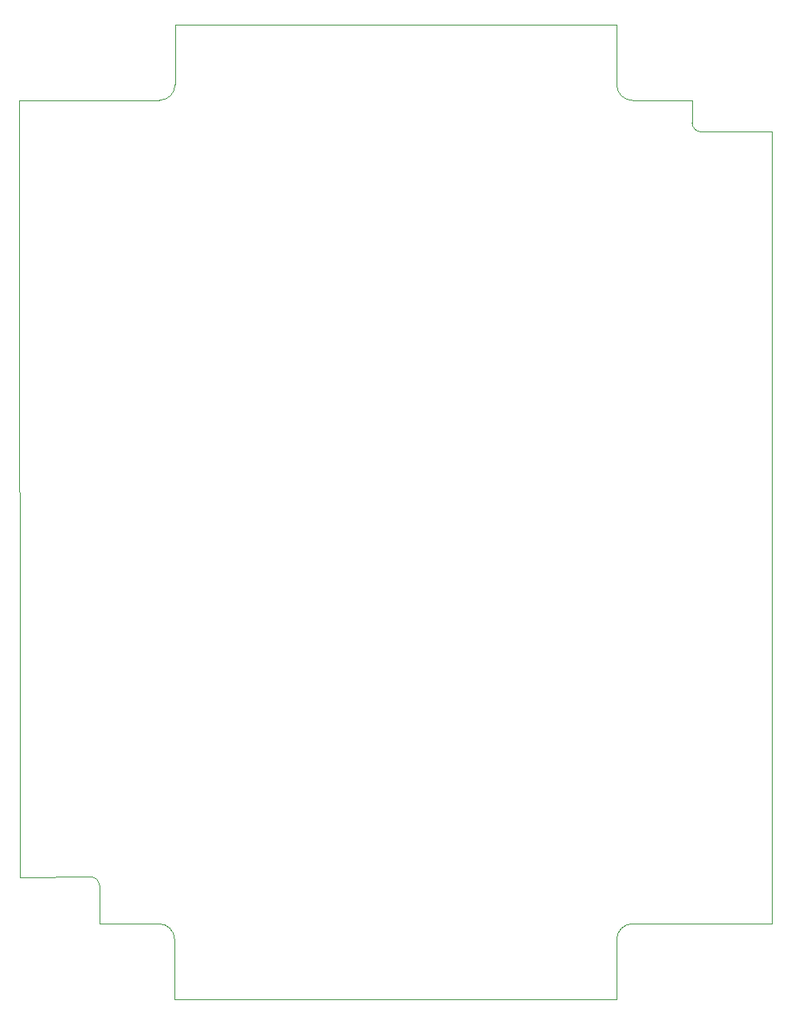
<source format=gm1>
G04 #@! TF.GenerationSoftware,KiCad,Pcbnew,7.0.1-0*
G04 #@! TF.CreationDate,2023-03-19T01:45:58-04:00*
G04 #@! TF.ProjectId,new-solar-cell-burn-wire,6e65772d-736f-46c6-9172-2d63656c6c2d,2*
G04 #@! TF.SameCoordinates,Original*
G04 #@! TF.FileFunction,Profile,NP*
%FSLAX46Y46*%
G04 Gerber Fmt 4.6, Leading zero omitted, Abs format (unit mm)*
G04 Created by KiCad (PCBNEW 7.0.1-0) date 2023-03-19 01:45:58*
%MOMM*%
%LPD*%
G01*
G04 APERTURE LIST*
G04 #@! TA.AperFunction,Profile*
%ADD10C,0.100000*%
G04 #@! TD*
G04 APERTURE END LIST*
D10*
X135600000Y-142250000D02*
X88600000Y-142250000D01*
X143600000Y-46750000D02*
X143600000Y-49161299D01*
X152100000Y-50100000D02*
X152100000Y-134250000D01*
X80605672Y-130150362D02*
G75*
G03*
X79669331Y-129250000I-936572J-36938D01*
G01*
X135600000Y-142250000D02*
X135600000Y-135900000D01*
X87000000Y-46750000D02*
G75*
G03*
X88650000Y-45100000I0J1650000D01*
G01*
X143600036Y-49161297D02*
G75*
G03*
X144549464Y-50099999I990964J52797D01*
G01*
X137250000Y-134250000D02*
G75*
G03*
X135600000Y-135900000I0J-1650000D01*
G01*
X152100000Y-134250000D02*
X137250000Y-134250000D01*
X88600000Y-135900000D02*
X88600000Y-142250000D01*
X135600000Y-45100000D02*
X135600000Y-38750000D01*
X72100000Y-46750000D02*
X87000000Y-46750000D01*
X88600000Y-135900000D02*
G75*
G03*
X86950000Y-134250000I-1650000J0D01*
G01*
X79669331Y-129250000D02*
X72200000Y-129300000D01*
X86950000Y-134250000D02*
X80600000Y-134250000D01*
X80600000Y-134250000D02*
X80605727Y-130150360D01*
X135600000Y-45100000D02*
G75*
G03*
X137250000Y-46750000I1650000J0D01*
G01*
X88650000Y-38750000D02*
X135600000Y-38750000D01*
X72200000Y-129300000D02*
X72100000Y-46750000D01*
X152100000Y-50100000D02*
X144549464Y-50100000D01*
X88650000Y-38750000D02*
X88650000Y-45100000D01*
X137250000Y-46750000D02*
X143600000Y-46750000D01*
M02*

</source>
